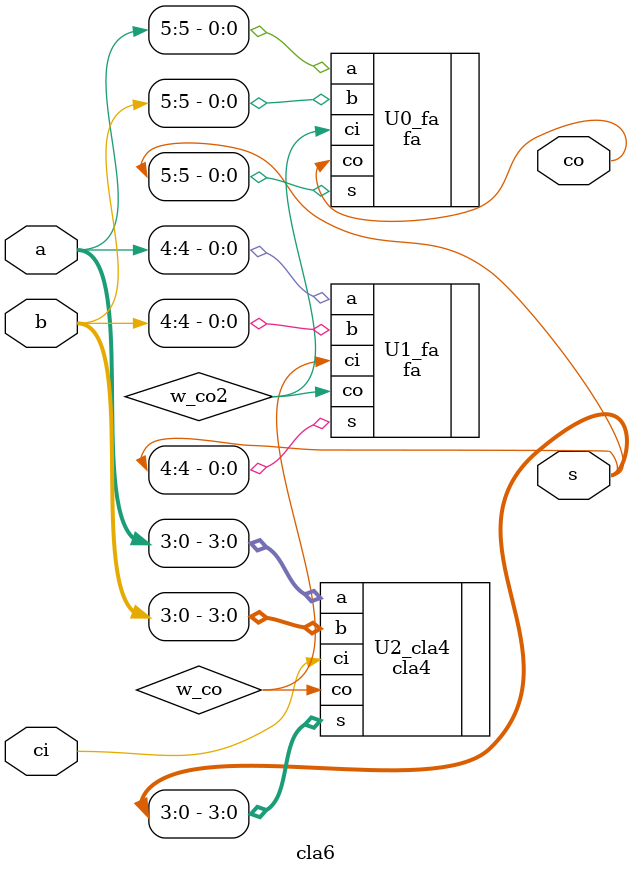
<source format=v>
module cla6(a, b, ci, s, co);			//module of cla6

input [5:0] a, b;							//6-bit two input datas
input ci;									//input port carry in
output [5:0] s;							//6-bit output data
output co;									//output port carry out

wire w_co, w_co2;							//carry wire between fa and fa or between fa and cla

fa U0_fa(.a(a[5]),.b(b[5]),.ci(w_co2),.s(s[5]),.co(co));							//upper 2-bit is calculated by fa
fa U1_fa(.a(a[4]),.b(b[4]),.ci(w_co),.s(s[4]),.co(w_co2));						//
cla4 U2_cla4(.a(a[3:0]), .b(b[3:0]), .ci(ci), .s(s[3:0]), .co(w_co));		//down 4-bit is calculated by cla4

endmodule									//endmodule


</source>
